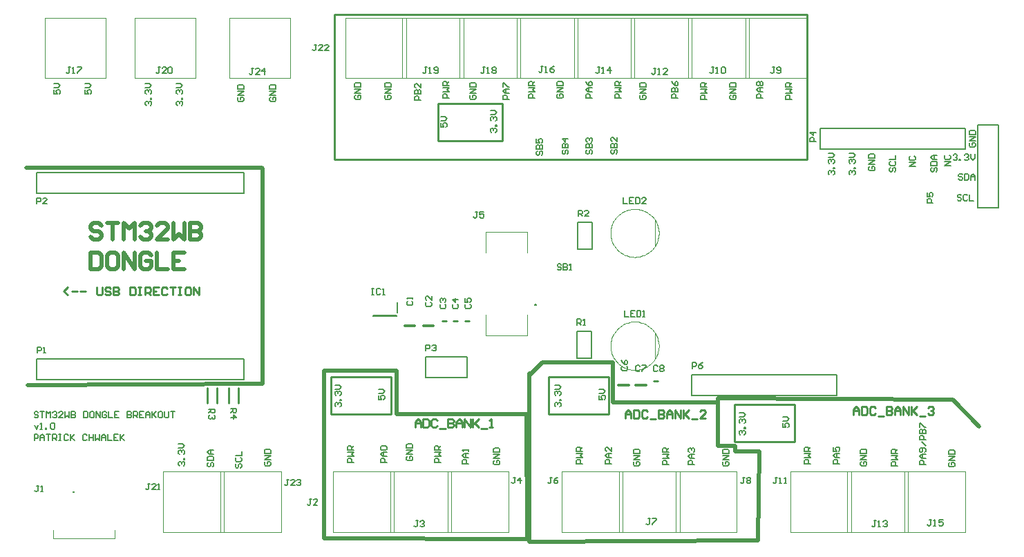
<source format=gto>
%FSTAX23Y23*%
%MOIN*%
%SFA1B1*%

%IPPOS*%
%ADD10C,0.003940*%
%ADD11C,0.007870*%
%ADD12C,0.010000*%
%ADD13C,0.020000*%
%ADD14C,0.012000*%
%ADD15C,0.008000*%
%ADD16C,0.006000*%
%LNlayout-1*%
%LPD*%
G54D10*
X0392Y02348D02*
D01*
X03928Y02349*
X03936Y02349*
X03944Y02351*
X03952Y02353*
X03959Y02355*
X03967Y02358*
X03974Y02362*
X03981Y02366*
X03988Y02371*
X03994Y02376*
X04Y02381*
X04006Y02387*
X04011Y02393*
X04016Y024*
X0402Y02406*
X04024Y02414*
X04027Y02421*
X0403Y02429*
X04032Y02436*
X04034Y02444*
X04035Y02452*
X04036Y0246*
Y02469*
X04035Y02477*
X04034Y02485*
X04032Y02493*
X0403Y025*
X04027Y02508*
X04024Y02515*
X0402Y02523*
X04016Y02529*
X04011Y02536*
X04006Y02542*
X04Y02548*
X03994Y02553*
X03988Y02558*
X03981Y02563*
X03974Y02567*
X03967Y02571*
X03959Y02574*
X03952Y02576*
X03944Y02578*
X03936Y0258*
X03928Y0258*
X0392Y02581*
D01*
X03911Y0258*
X03903Y0258*
X03895Y02578*
X03887Y02576*
X0388Y02574*
X03872Y02571*
X03865Y02567*
X03858Y02563*
X03851Y02558*
X03845Y02553*
X03839Y02548*
X03833Y02542*
X03828Y02536*
X03823Y02529*
X03819Y02523*
X03815Y02515*
X03812Y02508*
X03809Y025*
X03807Y02493*
X03805Y02485*
X03804Y02477*
X03803Y02469*
Y0246*
X03804Y02452*
X03805Y02444*
X03807Y02436*
X03809Y02429*
X03812Y02421*
X03815Y02414*
X03819Y02406*
X03823Y024*
X03828Y02393*
X03833Y02387*
X03839Y02381*
X03845Y02376*
X03851Y02371*
X03858Y02366*
X03865Y02362*
X03872Y02358*
X0388Y02355*
X03887Y02353*
X03895Y02351*
X03903Y02349*
X03911Y02349*
X0392Y02348*
Y01803D02*
D01*
X03928Y01804*
X03936Y01804*
X03944Y01806*
X03952Y01808*
X03959Y0181*
X03967Y01813*
X03974Y01817*
X03981Y01821*
X03988Y01826*
X03994Y01831*
X04Y01836*
X04006Y01842*
X04011Y01848*
X04016Y01855*
X0402Y01861*
X04024Y01869*
X04027Y01876*
X0403Y01884*
X04032Y01891*
X04034Y01899*
X04035Y01907*
X04036Y01915*
Y01924*
X04035Y01932*
X04034Y0194*
X04032Y01948*
X0403Y01955*
X04027Y01963*
X04024Y0197*
X0402Y01978*
X04016Y01984*
X04011Y01991*
X04006Y01997*
X04Y02003*
X03994Y02008*
X03988Y02013*
X03981Y02018*
X03974Y02022*
X03967Y02026*
X03959Y02029*
X03952Y02031*
X03944Y02033*
X03936Y02035*
X03928Y02035*
X0392Y02036*
D01*
X03911Y02035*
X03903Y02035*
X03895Y02033*
X03887Y02031*
X0388Y02029*
X03872Y02026*
X03865Y02022*
X03858Y02018*
X03851Y02013*
X03845Y02008*
X03839Y02003*
X03833Y01997*
X03828Y01991*
X03823Y01984*
X03819Y01978*
X03815Y0197*
X03812Y01963*
X03809Y01955*
X03807Y01948*
X03805Y0194*
X03804Y01932*
X03803Y01924*
Y01915*
X03804Y01907*
X03805Y01899*
X03807Y01891*
X03809Y01884*
X03812Y01876*
X03815Y01869*
X03819Y01861*
X03823Y01855*
X03828Y01848*
X03833Y01842*
X03839Y01836*
X03845Y01831*
X03851Y01826*
X03858Y01821*
X03865Y01817*
X03872Y01813*
X0388Y0181*
X03887Y01808*
X03895Y01806*
X03903Y01804*
X03911Y01804*
X0392Y01803*
X01213Y01214D02*
D01*
X01213Y01214*
X01213Y01215*
X01213Y01215*
X01213Y01215*
X01213Y01215*
X01213Y01215*
X01213Y01215*
X01212Y01215*
X01212Y01215*
X01212Y01216*
X01212Y01216*
X01212Y01216*
X01212Y01216*
X01212Y01216*
X01212Y01216*
X01212Y01216*
X01212Y01216*
X01211Y01216*
X01211Y01216*
X01211Y01216*
X01211Y01216*
X01211Y01216*
X01211*
X01211Y01216*
X0121Y01216*
X0121Y01216*
X0121Y01216*
X0121Y01216*
X0121Y01216*
X0121Y01216*
X0121Y01216*
X0121Y01216*
X01209Y01216*
X01209Y01216*
X01209Y01216*
X01209Y01215*
X01209Y01215*
X01209Y01215*
X01209Y01215*
X01209Y01215*
X01209Y01215*
X01209Y01215*
X01209Y01215*
X01209Y01214*
X01209Y01214*
D01*
X01209Y01214*
X01209Y01214*
X01209Y01214*
X01209Y01214*
X01209Y01214*
X01209Y01213*
X01209Y01213*
X01209Y01213*
X01209Y01213*
X01209Y01213*
X01209Y01213*
X01209Y01213*
X0121Y01213*
X0121Y01213*
X0121Y01213*
X0121Y01212*
X0121Y01212*
X0121Y01212*
X0121Y01212*
X0121Y01212*
X01211Y01212*
X01211Y01212*
X01211*
X01211Y01212*
X01211Y01212*
X01211Y01212*
X01211Y01212*
X01212Y01212*
X01212Y01212*
X01212Y01213*
X01212Y01213*
X01212Y01213*
X01212Y01213*
X01212Y01213*
X01212Y01213*
X01212Y01213*
X01212Y01213*
X01213Y01213*
X01213Y01213*
X01213Y01214*
X01213Y01214*
X01213Y01214*
X01213Y01214*
X01213Y01214*
X01213Y01214*
X04018Y02405D02*
Y02524D01*
Y0186D02*
Y01979D01*
X04746Y03212D02*
Y03503D01*
X04453D02*
X04746D01*
X04453Y03212D02*
Y03503D01*
Y03212D02*
X04746D01*
X04471D02*
Y03503D01*
X04177D02*
X04471D01*
X04177Y03212D02*
Y03503D01*
Y03212D02*
X04471D01*
X04195D02*
Y03503D01*
X03902D02*
X04195D01*
X03902Y03212D02*
Y03503D01*
Y03212D02*
X04195D01*
X03919D02*
Y03503D01*
X03626D02*
X03919D01*
X03626Y03212D02*
Y03503D01*
Y03212D02*
X03919D01*
X03644D02*
Y03503D01*
X0335D02*
X03644D01*
X0335Y03212D02*
Y03503D01*
Y03212D02*
X03644D01*
X03368D02*
Y03503D01*
X03075D02*
X03368D01*
X03075Y03212D02*
Y03503D01*
Y03212D02*
X03368D01*
X03093D02*
Y03503D01*
X02799D02*
X03093D01*
X02799Y03212D02*
Y03503D01*
Y03212D02*
X03093D01*
X02817D02*
Y03503D01*
X02524D02*
X02817D01*
X02524Y03212D02*
Y03503D01*
Y03212D02*
X02817D01*
X02256D02*
Y03503D01*
X01963D02*
X02256D01*
X01963Y03212D02*
Y03503D01*
Y03212D02*
X02256D01*
X01801D02*
Y03503D01*
X01508D02*
X01801D01*
X01508Y03212D02*
Y03503D01*
Y03212D02*
X01801D01*
X01366D02*
Y03503D01*
X01073D02*
X01366D01*
X01073Y03212D02*
Y03503D01*
Y03212D02*
X01366D01*
X0467Y01021D02*
Y01312D01*
Y01021D02*
X04963D01*
Y01312*
X0467D02*
X04963D01*
X05221Y01021D02*
Y01312D01*
Y01021D02*
X05514D01*
Y01312*
X05221D02*
X05514D01*
X04945Y01021D02*
Y01312D01*
Y01021D02*
X05239D01*
Y01312*
X04945D02*
X05239D01*
X04119Y01021D02*
Y01312D01*
Y01021D02*
X04412D01*
Y01312*
X04119D02*
X04412D01*
X03843Y01021D02*
Y01312D01*
Y01021D02*
X04136D01*
Y01312*
X03843D02*
X04136D01*
X03567Y01021D02*
Y01312D01*
Y01021D02*
X03861D01*
Y01312*
X03567D02*
X03861D01*
X03016Y01021D02*
Y01312D01*
Y01021D02*
X0331D01*
Y01312*
X03016D02*
X0331D01*
X02741Y01021D02*
Y01312D01*
Y01021D02*
X03034D01*
Y01312*
X02741D02*
X03034D01*
X02465Y01021D02*
Y01312D01*
Y01021D02*
X02758D01*
Y01312*
X02465D02*
X02758D01*
X01921Y01021D02*
Y01312D01*
Y01021D02*
X02214D01*
Y01312*
X01921D02*
X02214D01*
X01645Y01021D02*
Y01312D01*
Y01021D02*
X01938D01*
Y01312*
X01645D02*
X01938D01*
X01114Y0099D02*
Y01029D01*
Y0099D02*
X0141D01*
Y01029*
X03201Y0197D02*
Y0207D01*
Y0197D02*
X03402Y0197D01*
Y0207*
X03201Y0237D02*
Y02469D01*
X03402Y0247*
Y0237D02*
Y0247D01*
G54D11*
X03439Y0212D02*
D01*
X03439Y02119*
X03439Y02119*
X03439Y02119*
X03439Y02119*
X03439Y02119*
X03439Y02119*
X03439Y02119*
X03439Y02118*
X03439Y02118*
X0344Y02118*
X0344Y02118*
X0344Y02118*
X0344Y02118*
X0344Y02118*
X0344Y02118*
X0344Y02118*
X0344Y02118*
X0344Y02118*
X03441Y02118*
X03441Y02118*
X03441Y02118*
X03441Y02118*
X03441*
X03441Y02118*
X03441Y02118*
X03442Y02118*
X03442Y02118*
X03442Y02118*
X03442Y02118*
X03442Y02118*
X03442Y02118*
X03442Y02118*
X03442Y02118*
X03442Y02118*
X03443Y02118*
X03443Y02118*
X03443Y02118*
X03443Y02119*
X03443Y02119*
X03443Y02119*
X03443Y02119*
X03443Y02119*
X03443Y02119*
X03443Y02119*
X03443Y0212*
D01*
X03443Y0212*
X03443Y0212*
X03443Y0212*
X03443Y0212*
X03443Y0212*
X03443Y0212*
X03443Y0212*
X03443Y02121*
X03443Y02121*
X03443Y02121*
X03442Y02121*
X03442Y02121*
X03442Y02121*
X03442Y02121*
X03442Y02121*
X03442Y02121*
X03442Y02121*
X03442Y02121*
X03442Y02121*
X03441Y02121*
X03441Y02121*
X03441Y02121*
X03441*
X03441Y02121*
X03441Y02121*
X03441Y02121*
X0344Y02121*
X0344Y02121*
X0344Y02121*
X0344Y02121*
X0344Y02121*
X0344Y02121*
X0344Y02121*
X0344Y02121*
X0344Y02121*
X03439Y02121*
X03439Y02121*
X03439Y0212*
X03439Y0212*
X03439Y0212*
X03439Y0212*
X03439Y0212*
X03439Y0212*
X03439Y0212*
X03439Y0212*
X02035Y02655D02*
Y02755D01*
X01035Y02655D02*
X02035D01*
X01035D02*
Y02755D01*
X0111*
X02035*
X05515Y0287D02*
Y0297D01*
X04815Y0287D02*
X05515D01*
X04815D02*
Y0297D01*
X05515*
X05575Y02585D02*
X05675D01*
X05575D02*
Y02985D01*
X05675Y02585D02*
Y02985D01*
X05575D02*
X05675D01*
X04195Y0178D02*
X04895D01*
X04195Y0168D02*
Y0178D01*
Y0168D02*
X04895D01*
Y0178*
X0111Y01855D02*
X02035D01*
X01035D02*
X0111D01*
X01035Y01755D02*
Y01855D01*
Y01755D02*
X02035D01*
Y01855*
X02771Y02062D02*
Y02067D01*
X02658Y02062D02*
X02771D01*
X02658D02*
Y02067D01*
X02771*
X02775Y02081D02*
Y0213D01*
X0291Y01765D02*
Y01865D01*
X0311*
Y01765D02*
Y01865D01*
X0291Y01765D02*
X0311D01*
G54D12*
X044Y01455D02*
X0469D01*
X044Y01635D02*
X0469D01*
Y01455D02*
Y01635D01*
X044Y01455D02*
Y01635D01*
X0247Y0282D02*
X0475D01*
X0247Y0352D02*
X0475D01*
Y0282D02*
Y0352D01*
X0247Y0282D02*
Y0352D01*
X0297Y0291D02*
X0328D01*
X0297Y0309D02*
X0328D01*
Y0291D02*
Y0309D01*
X0297Y0291D02*
Y0309D01*
X03505Y0159D02*
X03795D01*
X03505Y0177D02*
X03795D01*
Y0159D02*
Y0177D01*
X03505Y0159D02*
Y0177D01*
X02455Y0159D02*
X02745D01*
X02455Y0177D02*
X02745D01*
Y0159D02*
Y0177D01*
X02455Y0159D02*
Y0177D01*
X0401Y01749D02*
X0403D01*
X031Y02039D02*
X0312D01*
X03045D02*
X03065D01*
X0299D02*
X0301D01*
X01903Y01644D02*
Y01715D01*
X01856Y01644D02*
Y01715D01*
X02008Y01644D02*
Y01715D01*
X01961Y01644D02*
Y01715D01*
X01184Y02165D02*
X01165Y02184D01*
X01184Y02204*
X01204Y02184D02*
X01231D01*
X01244D02*
X01271D01*
X01324Y02204D02*
Y02171D01*
X01331Y02165*
X01344*
X01351Y02171*
Y02204*
X01391Y02198D02*
X01384Y02204D01*
X01371*
X01364Y02198*
Y02191*
X01371Y02184*
X01384*
X01391Y02178*
Y02171*
X01384Y02165*
X01371*
X01364Y02171*
X01404Y02204D02*
Y02165D01*
X01424*
X01431Y02171*
Y02178*
X01424Y02184*
X01404*
X01424*
X01431Y02191*
Y02198*
X01424Y02204*
X01404*
X01484D02*
Y02165D01*
X01504*
X01511Y02171*
Y02198*
X01504Y02204*
X01484*
X01524D02*
X01538D01*
X01531*
Y02165*
X01524*
X01538*
X01558D02*
Y02204D01*
X01578*
X01584Y02198*
Y02184*
X01578Y02178*
X01558*
X01571D02*
X01584Y02165D01*
X01624Y02204D02*
X01598D01*
Y02165*
X01624*
X01598Y02184D02*
X01611D01*
X01664Y02198D02*
X01658Y02204D01*
X01644*
X01638Y02198*
Y02171*
X01644Y02165*
X01658*
X01664Y02171*
X01678Y02204D02*
X01704D01*
X01691*
Y02165*
X01718Y02204D02*
X01731D01*
X01724*
Y02165*
X01718*
X01731*
X01771Y02204D02*
X01758D01*
X01751Y02198*
Y02171*
X01758Y02165*
X01771*
X01778Y02171*
Y02198*
X01771Y02204*
X01791Y02165D02*
Y02204D01*
X01818Y02165*
Y02204*
X04975Y01586D02*
Y01613D01*
X04988Y01626*
X05001Y01613*
Y01586*
Y01606*
X04975*
X05014Y01626D02*
Y01586D01*
X05034*
X05041Y01593*
Y01619*
X05034Y01626*
X05014*
X05081Y01619D02*
X05074Y01626D01*
X05061*
X05054Y01619*
Y01593*
X05061Y01586*
X05074*
X05081Y01593*
X05094Y0158D02*
X05121D01*
X05134Y01626D02*
Y01586D01*
X05154*
X05161Y01593*
Y01599*
X05154Y01606*
X05134*
X05154*
X05161Y01613*
Y01619*
X05154Y01626*
X05134*
X05174Y01586D02*
Y01613D01*
X05188Y01626*
X05201Y01613*
Y01586*
Y01606*
X05174*
X05214Y01586D02*
Y01626D01*
X05241Y01586*
Y01626*
X05254D02*
Y01586D01*
Y01599*
X05281Y01626*
X05261Y01606*
X05281Y01586*
X05294Y0158D02*
X05321D01*
X05334Y01619D02*
X05341Y01626D01*
X05354*
X05361Y01619*
Y01613*
X05354Y01606*
X05348*
X05354*
X05361Y01599*
Y01593*
X05354Y01586*
X05341*
X05334Y01593*
X03875Y01571D02*
Y01598D01*
X03888Y01611*
X03901Y01598*
Y01571*
Y01591*
X03875*
X03914Y01611D02*
Y01571D01*
X03934*
X03941Y01578*
Y01604*
X03934Y01611*
X03914*
X03981Y01604D02*
X03974Y01611D01*
X03961*
X03954Y01604*
Y01578*
X03961Y01571*
X03974*
X03981Y01578*
X03994Y01565D02*
X04021D01*
X04034Y01611D02*
Y01571D01*
X04054*
X04061Y01578*
Y01584*
X04054Y01591*
X04034*
X04054*
X04061Y01598*
Y01604*
X04054Y01611*
X04034*
X04074Y01571D02*
Y01598D01*
X04088Y01611*
X04101Y01598*
Y01571*
Y01591*
X04074*
X04114Y01571D02*
Y01611D01*
X04141Y01571*
Y01611*
X04154D02*
Y01571D01*
Y01584*
X04181Y01611*
X04161Y01591*
X04181Y01571*
X04194Y01565D02*
X04221D01*
X04261Y01571D02*
X04234D01*
X04261Y01598*
Y01604*
X04254Y01611*
X04241*
X04234Y01604*
X0286Y01526D02*
Y01553D01*
X02873Y01566*
X02886Y01553*
Y01526*
Y01546*
X0286*
X02899Y01566D02*
Y01526D01*
X02919*
X02926Y01533*
Y01559*
X02919Y01566*
X02899*
X02966Y01559D02*
X02959Y01566D01*
X02946*
X02939Y01559*
Y01533*
X02946Y01526*
X02959*
X02966Y01533*
X02979Y0152D02*
X03006D01*
X03019Y01566D02*
Y01526D01*
X03039*
X03046Y01533*
Y01539*
X03039Y01546*
X03019*
X03039*
X03046Y01553*
Y01559*
X03039Y01566*
X03019*
X03059Y01526D02*
Y01553D01*
X03073Y01566*
X03086Y01553*
Y01526*
Y01546*
X03059*
X03099Y01526D02*
Y01566D01*
X03126Y01526*
Y01566*
X03139D02*
Y01526D01*
Y01539*
X03166Y01566*
X03146Y01546*
X03166Y01526*
X03179Y0152D02*
X03206D01*
X03219Y01526D02*
X03233D01*
X03226*
Y01566*
X03219Y01559*
G54D13*
X03411Y00974D02*
Y01785D01*
X00985Y0278D02*
X01075Y0278D01*
X02125Y01735D02*
Y02775D01*
X0212Y02779D02*
X02125Y02775D01*
X01076Y02779D02*
X0212D01*
X01075Y0278D02*
X01076Y02779D01*
X0099Y0173D02*
X02125Y01735D01*
X03401Y01136D02*
X03402Y00985D01*
X03397Y0159D02*
X03398Y01438D01*
X0277Y0159D02*
X03397D01*
X0277D02*
Y018D01*
X0242Y0099D02*
Y018D01*
X0277*
X05455Y0166D02*
X0558Y0153D01*
X0432Y01665D02*
X05455Y0166D01*
X0432Y01645D02*
Y01665D01*
X03475Y0184D02*
X03815D01*
X03411Y01776D02*
X03475Y0184D01*
X03411Y01776D02*
Y01785D01*
X03815Y01645D02*
Y0184D01*
Y01645D02*
X0432D01*
Y01435D02*
Y01645D01*
Y01435D02*
X04405D01*
Y01425D02*
Y01435D01*
Y0141D02*
Y01425D01*
Y0141D02*
X0452D01*
X04515Y0098D02*
X0452Y0141D01*
X04485Y0098D02*
X04515D01*
X03411Y00974D02*
X04485Y0098D01*
X03398Y01438D02*
X03401Y01136D01*
X0242Y0099D02*
X03402Y00985D01*
X01348Y025D02*
X01334Y02513D01*
X01308*
X01295Y025*
Y02487*
X01308Y02473*
X01334*
X01348Y0246*
Y02447*
X01334Y02433*
X01308*
X01295Y02447*
X01374Y02513D02*
X01428D01*
X01401*
Y02433*
X01454D02*
Y02513D01*
X01481Y02487*
X01508Y02513*
Y02433*
X01534Y025D02*
X01548Y02513D01*
X01574*
X01588Y025*
Y02487*
X01574Y02473*
X01561*
X01574*
X01588Y0246*
Y02447*
X01574Y02433*
X01548*
X01534Y02447*
X01668Y02433D02*
X01614D01*
X01668Y02487*
Y025*
X01654Y02513*
X01628*
X01614Y025*
X01694Y02513D02*
Y02433D01*
X01721Y0246*
X01748Y02433*
Y02513*
X01774D02*
Y02433D01*
X01814*
X01828Y02447*
Y0246*
X01814Y02473*
X01774*
X01814*
X01828Y02487*
Y025*
X01814Y02513*
X01774*
X01295Y02369D02*
Y0229D01*
X01334*
X01348Y02303*
Y02356*
X01334Y02369*
X01295*
X01414D02*
X01388D01*
X01374Y02356*
Y02303*
X01388Y0229*
X01414*
X01428Y02303*
Y02356*
X01414Y02369*
X01454Y0229D02*
Y02369D01*
X01508Y0229*
Y02369*
X01588Y02356D02*
X01574Y02369D01*
X01548*
X01534Y02356*
Y02303*
X01548Y0229*
X01574*
X01588Y02303*
Y02329*
X01561*
X01614Y02369D02*
Y0229D01*
X01668*
X01748Y02369D02*
X01694D01*
Y0229*
X01748*
X01694Y02329D02*
X01721D01*
G54D14*
X03925Y0173D02*
X03975D01*
X0384D02*
X0389D01*
X0281Y02015D02*
X02859D01*
X029D02*
X02949D01*
G54D15*
X0364Y0199D02*
X0371D01*
Y0186D02*
Y0199D01*
X0364Y0186D02*
X0371D01*
X0364D02*
Y0199D01*
X03645Y02515D02*
X03715D01*
Y02385D02*
Y02515D01*
X03645Y02385D02*
X03715D01*
X03645D02*
Y02515D01*
X01042Y01598D02*
X01037Y01603D01*
X01028*
X01023Y01598*
Y01593*
X01028Y01588*
X01037*
X01042Y01583*
Y01578*
X01037Y01573*
X01028*
X01023Y01578*
X01052Y01603D02*
X01072D01*
X01062*
Y01573*
X01082D02*
Y01603D01*
X01092Y01593*
X01102Y01603*
Y01573*
X01112Y01598D02*
X01117Y01603D01*
X01127*
X01132Y01598*
Y01593*
X01127Y01588*
X01122*
X01127*
X01132Y01583*
Y01578*
X01127Y01573*
X01117*
X01112Y01578*
X01162Y01573D02*
X01142D01*
X01162Y01593*
Y01598*
X01157Y01603*
X01147*
X01142Y01598*
X01172Y01603D02*
Y01573D01*
X01182Y01583*
X01192Y01573*
Y01603*
X01202D02*
Y01573D01*
X01217*
X01222Y01578*
Y01583*
X01217Y01588*
X01202*
X01217*
X01222Y01593*
Y01598*
X01217Y01603*
X01202*
X01262D02*
Y01573D01*
X01277*
X01282Y01578*
Y01598*
X01277Y01603*
X01262*
X01307D02*
X01297D01*
X01292Y01598*
Y01578*
X01297Y01573*
X01307*
X01312Y01578*
Y01598*
X01307Y01603*
X01322Y01573D02*
Y01603D01*
X01342Y01573*
Y01603*
X01372Y01598D02*
X01367Y01603D01*
X01357*
X01352Y01598*
Y01578*
X01357Y01573*
X01367*
X01372Y01578*
Y01588*
X01362*
X01382Y01603D02*
Y01573D01*
X01402*
X01432Y01603D02*
X01412D01*
Y01573*
X01432*
X01412Y01588D02*
X01422D01*
X01472Y01603D02*
Y01573D01*
X01487*
X01492Y01578*
Y01583*
X01487Y01588*
X01472*
X01487*
X01492Y01593*
Y01598*
X01487Y01603*
X01472*
X01502Y01573D02*
Y01603D01*
X01517*
X01522Y01598*
Y01588*
X01517Y01583*
X01502*
X01512D02*
X01522Y01573D01*
X01552Y01603D02*
X01532D01*
Y01573*
X01552*
X01532Y01588D02*
X01542D01*
X01562Y01573D02*
Y01593D01*
X01572Y01603*
X01582Y01593*
Y01573*
Y01588*
X01562*
X01592Y01603D02*
Y01573D01*
Y01583*
X01612Y01603*
X01597Y01588*
X01612Y01573*
X01637Y01603D02*
X01627D01*
X01622Y01598*
Y01578*
X01627Y01573*
X01637*
X01642Y01578*
Y01598*
X01637Y01603*
X01652D02*
Y01578D01*
X01657Y01573*
X01667*
X01672Y01578*
Y01603*
X01682D02*
X01702D01*
X01692*
Y01573*
X01023Y01538D02*
X01033Y01518D01*
X01042Y01538*
X01052Y01518D02*
X01062D01*
X01057*
Y01548*
X01052Y01543*
X01077Y01518D02*
Y01523D01*
X01082*
Y01518*
X01077*
X01102Y01543D02*
X01107Y01548D01*
X01117*
X01122Y01543*
Y01523*
X01117Y01518*
X01107*
X01102Y01523*
Y01543*
X01023Y01463D02*
Y01492D01*
X01037*
X01042Y01487*
Y01478*
X01037Y01473*
X01023*
X01052Y01463D02*
Y01482D01*
X01062Y01492*
X01072Y01482*
Y01463*
Y01478*
X01052*
X01082Y01492D02*
X01102D01*
X01092*
Y01463*
X01112D02*
Y01492D01*
X01127*
X01132Y01487*
Y01478*
X01127Y01473*
X01112*
X01122D02*
X01132Y01463D01*
X01142Y01492D02*
X01152D01*
X01147*
Y01463*
X01142*
X01152*
X01187Y01487D02*
X01182Y01492D01*
X01172*
X01167Y01487*
Y01468*
X01172Y01463*
X01182*
X01187Y01468*
X01197Y01492D02*
Y01463D01*
Y01473*
X01217Y01492*
X01202Y01478*
X01217Y01463*
X01277Y01487D02*
X01272Y01492D01*
X01262*
X01257Y01487*
Y01468*
X01262Y01463*
X01272*
X01277Y01468*
X01287Y01492D02*
Y01463D01*
Y01478*
X01307*
Y01492*
Y01463*
X01317Y01492D02*
Y01463D01*
X01327Y01473*
X01337Y01463*
Y01492*
X01347Y01463D02*
Y01482D01*
X01357Y01492*
X01367Y01482*
Y01463*
Y01478*
X01347*
X01377Y01492D02*
Y01463D01*
X01397*
X01427Y01492D02*
X01407D01*
Y01463*
X01427*
X01407Y01478D02*
X01417D01*
X01437Y01492D02*
Y01463D01*
Y01473*
X01457Y01492*
X01442Y01478*
X01457Y01463*
G54D16*
X01999Y0135D02*
X01994Y01345D01*
Y01336*
X01999Y01331*
X02004*
X02009Y01336*
Y01345*
X02014Y0135*
X02019*
X02024Y01345*
Y01336*
X02019Y01331*
X01999Y0138D02*
X01994Y01375D01*
Y01365*
X01999Y0136*
X02019*
X02024Y01365*
Y01375*
X02019Y0138*
X01994Y0139D02*
X02024D01*
Y0141*
X05444Y02791D02*
X05414D01*
X05444Y0281*
X05414*
X05419Y0284D02*
X05414Y02835D01*
Y02825*
X05419Y0282*
X05439*
X05444Y02825*
Y02835*
X05439Y0284*
X05274Y02786D02*
X05244D01*
X05274Y02805*
X05244*
X05249Y02835D02*
X05244Y0283D01*
Y0282*
X05249Y02815*
X05269*
X05274Y0282*
Y0283*
X05269Y02835*
X01035Y02605D02*
Y02634D01*
X0105*
X01055Y0263*
Y0262*
X0105Y02615*
X01035*
X01084Y02605D02*
X01065D01*
X01084Y02625*
Y0263*
X01079Y02634*
X0107*
X01065Y0263*
X03865Y02635D02*
Y02605D01*
X03885*
X03915Y02635D02*
X03895D01*
Y02605*
X03915*
X03895Y0262D02*
X03905D01*
X03925Y02635D02*
Y02605D01*
X03939*
X03944Y0261*
Y0263*
X03939Y02635*
X03925*
X03974Y02605D02*
X03954D01*
X03974Y02625*
Y0263*
X03969Y02635*
X03959*
X03954Y0263*
X0387Y0209D02*
Y0206D01*
X0389*
X0392Y0209D02*
X039D01*
Y0206*
X0392*
X039Y02075D02*
X0391D01*
X0393Y0209D02*
Y0206D01*
X03944*
X03949Y02065*
Y02085*
X03944Y0209*
X0393*
X03959Y0206D02*
X03969D01*
X03964*
Y0209*
X03959Y02085*
X05354Y0278D02*
X05349Y02776D01*
Y02766*
X05354Y02761*
X05359*
X05364Y02766*
Y02776*
X05369Y0278*
X05374*
X05379Y02776*
Y02766*
X05374Y02761*
X05349Y0279D02*
X05379D01*
Y02805*
X05374Y0281*
X05354*
X05349Y02805*
Y0279*
X05379Y0282D02*
X05359D01*
X05349Y0283*
X05359Y0284*
X05379*
X05364*
Y0282*
X055Y02745D02*
X05496Y0275D01*
X05486*
X05481Y02745*
Y0274*
X05486Y02736*
X05496*
X055Y02731*
Y02726*
X05496Y02721*
X05486*
X05481Y02726*
X0551Y0275D02*
Y02721D01*
X05525*
X0553Y02726*
Y02745*
X05525Y0275*
X0551*
X0554Y02721D02*
Y0274D01*
X0555Y0275*
X0556Y0274*
Y02721*
Y02736*
X0554*
X05495Y02645D02*
X0549Y0265D01*
X05481*
X05476Y02645*
Y0264*
X05481Y02635*
X0549*
X05495Y02631*
Y02626*
X0549Y02621*
X05481*
X05476Y02626*
X05525Y02645D02*
X0552Y0265D01*
X0551*
X05505Y02645*
Y02626*
X0551Y02621*
X0552*
X05525Y02626*
X05535Y0265D02*
Y02621D01*
X05555*
X05154Y0278D02*
X05149Y02776D01*
Y02766*
X05154Y02761*
X05159*
X05164Y02766*
Y02776*
X05169Y0278*
X05174*
X05179Y02776*
Y02766*
X05174Y02761*
X05154Y0281D02*
X05149Y02805D01*
Y02795*
X05154Y0279*
X05174*
X05179Y02795*
Y02805*
X05174Y0281*
X05149Y0282D02*
X05179D01*
Y0284*
X01269Y03155D02*
Y03136D01*
X01284*
X01279Y03146*
Y03151*
X01284Y03155*
X01294*
X01299Y03151*
Y03141*
X01294Y03136*
X01269Y03165D02*
X01289D01*
X01299Y03175*
X01289Y03185*
X01269*
X01119Y03155D02*
Y03136D01*
X01134*
X01129Y03146*
Y03151*
X01134Y03155*
X01144*
X01149Y03151*
Y03141*
X01144Y03136*
X01119Y03165D02*
X01139D01*
X01149Y03175*
X01139Y03185*
X01119*
X05324Y01346D02*
X05294D01*
Y01361*
X05299Y01365*
X05309*
X05314Y01361*
Y01346*
X05324Y01375D02*
X05304D01*
X05294Y01385*
X05304Y01395*
X05324*
X05309*
Y01375*
X05319Y01405D02*
X05324Y0141D01*
Y0142*
X05319Y01425*
X05299*
X05294Y0142*
Y0141*
X05299Y01405*
X05304*
X05309Y0141*
Y01425*
X05324Y01435D02*
X05304Y01455D01*
X05324Y01465D02*
X05294D01*
Y0148*
X05299Y01485*
X05309*
X05314Y0148*
Y01465*
X05294Y01495D02*
X05324D01*
Y0151*
X05319Y01515*
X05314*
X05309Y0151*
Y01495*
Y0151*
X05304Y01515*
X05299*
X05294Y0151*
Y01495*
Y01525D02*
Y01545D01*
X05299*
X05319Y01525*
X05324*
X04909Y01351D02*
X04879D01*
Y01366*
X04884Y0137*
X04894*
X04899Y01366*
Y01351*
X04909Y0138D02*
X04889D01*
X04879Y0139*
X04889Y014*
X04909*
X04894*
Y0138*
X04879Y0143D02*
Y0141D01*
X04894*
X04889Y0142*
Y01425*
X04894Y0143*
X04904*
X04909Y01425*
Y01415*
X04904Y0141*
X04209Y01346D02*
X04179D01*
Y01361*
X04184Y01365*
X04194*
X04199Y01361*
Y01346*
X04209Y01375D02*
X04189D01*
X04179Y01385*
X04189Y01395*
X04209*
X04194*
Y01375*
X04184Y01405D02*
X04179Y0141D01*
Y0142*
X04184Y01425*
X04189*
X04194Y0142*
Y01415*
Y0142*
X04199Y01425*
X04204*
X04209Y0142*
Y0141*
X04204Y01405*
X03809Y01351D02*
X03779D01*
Y01366*
X03784Y0137*
X03794*
X03799Y01366*
Y01351*
X03809Y0138D02*
X03789D01*
X03779Y0139*
X03789Y014*
X03809*
X03794*
Y0138*
X03809Y0143D02*
Y0141D01*
X03789Y0143*
X03784*
X03779Y01425*
Y01415*
X03784Y0141*
X03119Y01351D02*
X03089D01*
Y01366*
X03094Y0137*
X03104*
X03109Y01366*
Y01351*
X03119Y0138D02*
X03099D01*
X03089Y0139*
X03099Y014*
X03119*
X03104*
Y0138*
X03119Y0141D02*
Y0142D01*
Y01415*
X03089*
X03094Y0141*
X02724Y01356D02*
X02694D01*
Y01371*
X02699Y01375*
X02709*
X02714Y01371*
Y01356*
X02724Y01385D02*
X02704D01*
X02694Y01395*
X02704Y01405*
X02724*
X02709*
Y01385*
X02699Y01415D02*
X02694Y0142D01*
Y0143*
X02699Y01435*
X02719*
X02724Y0143*
Y0142*
X02719Y01415*
X02699*
X01864Y01355D02*
X01859Y0135D01*
Y01341*
X01864Y01336*
X01869*
X01874Y01341*
Y0135*
X01879Y01355*
X01884*
X01889Y0135*
Y01341*
X01884Y01336*
X01859Y01365D02*
X01889D01*
Y0138*
X01884Y01385*
X01864*
X01859Y0138*
Y01365*
X01889Y01395D02*
X01869D01*
X01859Y01405*
X01869Y01415*
X01889*
X01874*
Y01395*
X04679Y03111D02*
X04649D01*
Y03125*
X04654Y0313*
X04664*
X04669Y03125*
Y03111*
X04649Y0314D02*
X04679D01*
X04669Y0315*
X04679Y0316*
X04649*
X04679Y0317D02*
X04649D01*
Y03185*
X04654Y0319*
X04664*
X04669Y03185*
Y0317*
Y0318D02*
X04679Y0319D01*
X04539Y03116D02*
X04509D01*
Y03131*
X04514Y03135*
X04524*
X04529Y03131*
Y03116*
X04539Y03145D02*
X04519D01*
X04509Y03155*
X04519Y03165*
X04539*
X04524*
Y03145*
X04514Y03175D02*
X04509Y0318D01*
Y0319*
X04514Y03195*
X04519*
X04524Y0319*
X04529Y03195*
X04534*
X04539Y0319*
Y0318*
X04534Y03175*
X04529*
X04524Y0318*
X04519Y03175*
X04514*
X04524Y0318D02*
Y0319D01*
X04129Y03116D02*
X04099D01*
Y03131*
X04104Y03135*
X04114*
X04119Y03131*
Y03116*
X04099Y03145D02*
X04129D01*
Y0316*
X04124Y03165*
X04119*
X04114Y0316*
Y03145*
Y0316*
X04109Y03165*
X04104*
X04099Y0316*
Y03145*
Y03195D02*
X04104Y03185D01*
X04114Y03175*
X04124*
X04129Y0318*
Y0319*
X04124Y03195*
X04119*
X04114Y0319*
Y03175*
X03714Y03116D02*
X03684D01*
Y03131*
X03689Y03135*
X03699*
X03704Y03131*
Y03116*
X03714Y03145D02*
X03694D01*
X03684Y03155*
X03694Y03165*
X03714*
X03699*
Y03145*
X03684Y03195D02*
X03689Y03185D01*
X03699Y03175*
X03709*
X03714Y0318*
Y0319*
X03709Y03195*
X03704*
X03699Y0319*
Y03175*
X03314Y03111D02*
X03284D01*
Y03125*
X03289Y0313*
X03299*
X03304Y03125*
Y03111*
X03314Y0314D02*
X03294D01*
X03284Y0315*
X03294Y0316*
X03314*
X03299*
Y0314*
X03284Y0317D02*
Y0319D01*
X03289*
X03309Y0317*
X03314*
X02889Y03106D02*
X02859D01*
Y03121*
X02864Y03125*
X02874*
X02879Y03121*
Y03106*
X02859Y03135D02*
X02889D01*
Y0315*
X02884Y03155*
X02879*
X02874Y0315*
Y03135*
Y0315*
X02869Y03155*
X02864*
X02859Y0315*
Y03135*
X02889Y03185D02*
Y03165D01*
X02869Y03185*
X02864*
X02859Y0318*
Y0317*
X02864Y03165*
X04269Y03111D02*
X04239D01*
Y03125*
X04244Y0313*
X04254*
X04259Y03125*
Y03111*
X04239Y0314D02*
X04269D01*
X04259Y0315*
X04269Y0316*
X04239*
X04269Y0317D02*
X04239D01*
Y03185*
X04244Y0319*
X04254*
X04259Y03185*
Y0317*
Y0318D02*
X04269Y0319D01*
X03854Y03116D02*
X03824D01*
Y03131*
X03829Y03135*
X03839*
X03844Y03131*
Y03116*
X03824Y03145D02*
X03854D01*
X03844Y03155*
X03854Y03165*
X03824*
X03854Y03175D02*
X03824D01*
Y0319*
X03829Y03195*
X03839*
X03844Y0319*
Y03175*
Y03185D02*
X03854Y03195D01*
X03439Y03116D02*
X03409D01*
Y03131*
X03414Y03135*
X03424*
X03429Y03131*
Y03116*
X03409Y03145D02*
X03439D01*
X03429Y03155*
X03439Y03165*
X03409*
X03439Y03175D02*
X03409D01*
Y0319*
X03414Y03195*
X03424*
X03429Y0319*
Y03175*
Y03185D02*
X03439Y03195D01*
X03024Y03116D02*
X02994D01*
Y03131*
X02999Y03135*
X03009*
X03014Y03131*
Y03116*
X02994Y03145D02*
X03024D01*
X03014Y03155*
X03024Y03165*
X02994*
X03024Y03175D02*
X02994D01*
Y0319*
X02999Y03195*
X03009*
X03014Y0319*
Y03175*
Y03185D02*
X03024Y03195D01*
X04634Y01545D02*
Y01526D01*
X04649*
X04644Y01536*
Y01541*
X04649Y01545*
X04659*
X04664Y01541*
Y01531*
X04659Y01526*
X04634Y01555D02*
X04654D01*
X04664Y01565*
X04654Y01575*
X04634*
X03749Y0168D02*
Y01661D01*
X03764*
X03759Y01671*
Y01675*
X03764Y0168*
X03774*
X03779Y01675*
Y01666*
X03774Y01661*
X03749Y0169D02*
X03769D01*
X03779Y017*
X03769Y0171*
X03749*
X02684Y0168D02*
Y01661D01*
X02699*
X02694Y01671*
Y01675*
X02699Y0168*
X02709*
X02714Y01675*
Y01666*
X02709Y01661*
X02684Y0169D02*
X02704D01*
X02714Y017*
X02704Y0171*
X02684*
X02984Y02995D02*
Y02976D01*
X02999*
X02994Y02986*
Y0299*
X02999Y02995*
X03009*
X03014Y0299*
Y02981*
X03009Y02976*
X02984Y03005D02*
X03004D01*
X03014Y03015*
X03004Y03025*
X02984*
X03229Y02951D02*
X03224Y02956D01*
Y02966*
X03229Y0297*
X03234*
X03239Y02966*
Y02961*
Y02966*
X03244Y0297*
X03249*
X03254Y02966*
Y02956*
X03249Y02951*
X03254Y0298D02*
X03249D01*
Y02985*
X03254*
Y0298*
X03229Y03005D02*
X03224Y0301D01*
Y0302*
X03229Y03025*
X03234*
X03239Y0302*
Y03015*
Y0302*
X03244Y03025*
X03249*
X03254Y0302*
Y0301*
X03249Y03005*
X03224Y03035D02*
X03244D01*
X03254Y03045*
X03244Y03055*
X03224*
X04429Y01491D02*
X04424Y01496D01*
Y01506*
X04429Y0151*
X04434*
X04439Y01506*
Y01501*
Y01506*
X04444Y0151*
X04449*
X04454Y01506*
Y01496*
X04449Y01491*
X04454Y0152D02*
X04449D01*
Y01525*
X04454*
Y0152*
X04429Y01545D02*
X04424Y0155D01*
Y0156*
X04429Y01565*
X04434*
X04439Y0156*
Y01555*
Y0156*
X04444Y01565*
X04449*
X04454Y0156*
Y0155*
X04449Y01545*
X04424Y01575D02*
X04444D01*
X04454Y01585*
X04444Y01595*
X04424*
X03539Y01626D02*
X03534Y01631D01*
Y01641*
X03539Y01646*
X03544*
X03549Y01641*
Y01636*
Y01641*
X03554Y01646*
X03559*
X03564Y01641*
Y01631*
X03559Y01626*
X03564Y01656D02*
X03559D01*
Y01661*
X03564*
Y01656*
X03539Y01681D02*
X03534Y01686D01*
Y01696*
X03539Y01701*
X03544*
X03549Y01696*
Y01691*
Y01696*
X03554Y01701*
X03559*
X03564Y01696*
Y01686*
X03559Y01681*
X03534Y01711D02*
X03554D01*
X03564Y01721*
X03554Y01731*
X03534*
X02479Y01626D02*
X02474Y01631D01*
Y01641*
X02479Y01645*
X02484*
X02489Y01641*
Y01636*
Y01641*
X02494Y01645*
X02499*
X02504Y01641*
Y01631*
X02499Y01626*
X02504Y01655D02*
X02499D01*
Y0166*
X02504*
Y01655*
X02479Y0168D02*
X02474Y01685D01*
Y01695*
X02479Y017*
X02484*
X02489Y01695*
Y0169*
Y01695*
X02494Y017*
X02499*
X02504Y01695*
Y01685*
X02499Y0168*
X02474Y0171D02*
X02494D01*
X02504Y0172*
X02494Y0173*
X02474*
X02564Y01356D02*
X02534D01*
Y01371*
X02539Y01375*
X02549*
X02554Y01371*
Y01356*
X02534Y01385D02*
X02564D01*
X02554Y01395*
X02564Y01405*
X02534*
X02564Y01415D02*
X02534D01*
Y0143*
X02539Y01435*
X02549*
X02554Y0143*
Y01415*
Y01425D02*
X02564Y01435D01*
X02984Y01356D02*
X02954D01*
Y01371*
X02959Y01375*
X02969*
X02974Y01371*
Y01356*
X02954Y01385D02*
X02984D01*
X02974Y01395*
X02984Y01405*
X02954*
X02984Y01415D02*
X02954D01*
Y0143*
X02959Y01435*
X02969*
X02974Y0143*
Y01415*
Y01425D02*
X02984Y01435D01*
X03669Y01351D02*
X03639D01*
Y01366*
X03644Y0137*
X03654*
X03659Y01366*
Y01351*
X03639Y0138D02*
X03669D01*
X03659Y0139*
X03669Y014*
X03639*
X03669Y0141D02*
X03639D01*
Y01425*
X03644Y0143*
X03654*
X03659Y01425*
Y0141*
Y0142D02*
X03669Y0143D01*
X04084Y01346D02*
X04054D01*
Y01361*
X04059Y01365*
X04069*
X04074Y01361*
Y01346*
X04054Y01375D02*
X04084D01*
X04074Y01385*
X04084Y01395*
X04054*
X04084Y01405D02*
X04054D01*
Y0142*
X04059Y01425*
X04069*
X04074Y0142*
Y01405*
Y01415D02*
X04084Y01425D01*
X04769Y01351D02*
X04739D01*
Y01366*
X04744Y0137*
X04754*
X04759Y01366*
Y01351*
X04739Y0138D02*
X04769D01*
X04759Y0139*
X04769Y014*
X04739*
X04769Y0141D02*
X04739D01*
Y01425*
X04744Y0143*
X04754*
X04759Y01425*
Y0141*
Y0142D02*
X04769Y0143D01*
X05439Y01355D02*
X05434Y0135D01*
Y01341*
X05439Y01336*
X05459*
X05464Y01341*
Y0135*
X05459Y01355*
X05449*
Y01346*
X05464Y01365D02*
X05434D01*
X05464Y01385*
X05434*
Y01395D02*
X05464D01*
Y0141*
X05459Y01415*
X05439*
X05434Y0141*
Y01395*
X05189Y01341D02*
X05159D01*
Y01356*
X05164Y0136*
X05174*
X05179Y01356*
Y01341*
X05159Y0137D02*
X05189D01*
X05179Y0138*
X05189Y0139*
X05159*
X05189Y014D02*
X05159D01*
Y01415*
X05164Y0142*
X05174*
X05179Y01415*
Y014*
Y0141D02*
X05189Y0142D01*
X05014Y0136D02*
X05009Y01356D01*
Y01346*
X05014Y01341*
X05034*
X05039Y01346*
Y01356*
X05034Y0136*
X05024*
Y01351*
X05039Y0137D02*
X05009D01*
X05039Y0139*
X05009*
Y014D02*
X05039D01*
Y01415*
X05034Y0142*
X05014*
X05009Y01415*
Y014*
X04349Y0136D02*
X04344Y01356D01*
Y01346*
X04349Y01341*
X04369*
X04374Y01346*
Y01356*
X04369Y0136*
X04359*
Y01351*
X04374Y0137D02*
X04344D01*
X04374Y0139*
X04344*
Y014D02*
X04374D01*
Y01415*
X04369Y0142*
X04349*
X04344Y01415*
Y014*
X03919Y0136D02*
X03914Y01356D01*
Y01346*
X03919Y01341*
X03939*
X03944Y01346*
Y01356*
X03939Y0136*
X03929*
Y01351*
X03944Y0137D02*
X03914D01*
X03944Y0139*
X03914*
Y014D02*
X03944D01*
Y01415*
X03939Y0142*
X03919*
X03914Y01415*
Y014*
X03244Y01365D02*
X03239Y01361D01*
Y01351*
X03244Y01346*
X03264*
X03269Y01351*
Y01361*
X03264Y01365*
X03254*
Y01356*
X03269Y01375D02*
X03239D01*
X03269Y01395*
X03239*
Y01405D02*
X03269D01*
Y0142*
X03264Y01425*
X03244*
X03239Y0142*
Y01405*
X02824Y01385D02*
X02819Y01381D01*
Y01371*
X02824Y01366*
X02844*
X02849Y01371*
Y01381*
X02844Y01385*
X02834*
Y01376*
X02849Y01395D02*
X02819D01*
X02849Y01415*
X02819*
Y01425D02*
X02849D01*
Y0144*
X02844Y01445*
X02824*
X02819Y0144*
Y01425*
X02139Y0136D02*
X02134Y01356D01*
Y01346*
X02139Y01341*
X02159*
X02164Y01346*
Y01356*
X02159Y0136*
X02149*
Y01351*
X02164Y0137D02*
X02134D01*
X02164Y0139*
X02134*
Y014D02*
X02164D01*
Y01415*
X02159Y0142*
X02139*
X02134Y01415*
Y014*
X02164Y0312D02*
X02159Y03115D01*
Y03106*
X02164Y03101*
X02184*
X02189Y03106*
Y03115*
X02184Y0312*
X02174*
Y03111*
X02189Y0313D02*
X02159D01*
X02189Y0315*
X02159*
Y0316D02*
X02189D01*
Y03175*
X02184Y0318*
X02164*
X02159Y03175*
Y0316*
X02009Y0312D02*
X02004Y03115D01*
Y03106*
X02009Y03101*
X02029*
X02034Y03106*
Y03115*
X02029Y0312*
X02019*
Y03111*
X02034Y0313D02*
X02004D01*
X02034Y0315*
X02004*
Y0316D02*
X02034D01*
Y03175*
X02029Y0318*
X02009*
X02004Y03175*
Y0316*
X02574Y0313D02*
X02569Y03125D01*
Y03116*
X02574Y03111*
X02594*
X02599Y03116*
Y03125*
X02594Y0313*
X02584*
Y03121*
X02599Y0314D02*
X02569D01*
X02599Y0316*
X02569*
Y0317D02*
X02599D01*
Y03185*
X02594Y0319*
X02574*
X02569Y03185*
Y0317*
X02719Y0313D02*
X02714Y03125D01*
Y03116*
X02719Y03111*
X02739*
X02744Y03116*
Y03125*
X02739Y0313*
X02729*
Y03121*
X02744Y0314D02*
X02714D01*
X02744Y0316*
X02714*
Y0317D02*
X02744D01*
Y03185*
X02739Y0319*
X02719*
X02714Y03185*
Y0317*
X03129Y0313D02*
X03124Y03125D01*
Y03116*
X03129Y03111*
X03149*
X03154Y03116*
Y03125*
X03149Y0313*
X03139*
Y03121*
X03154Y0314D02*
X03124D01*
X03154Y0316*
X03124*
Y0317D02*
X03154D01*
Y03185*
X03149Y0319*
X03129*
X03124Y03185*
Y0317*
X03549Y03135D02*
X03544Y03131D01*
Y03121*
X03549Y03116*
X03569*
X03574Y03121*
Y03131*
X03569Y03135*
X03559*
Y03126*
X03574Y03145D02*
X03544D01*
X03574Y03165*
X03544*
Y03175D02*
X03574D01*
Y0319*
X03569Y03195*
X03549*
X03544Y0319*
Y03175*
X04384Y0313D02*
X04379Y03125D01*
Y03116*
X04384Y03111*
X04404*
X04409Y03116*
Y03125*
X04404Y0313*
X04394*
Y03121*
X04409Y0314D02*
X04379D01*
X04409Y0316*
X04379*
Y0317D02*
X04409D01*
Y03185*
X04404Y0319*
X04384*
X04379Y03185*
Y0317*
X03949Y0313D02*
X03944Y03125D01*
Y03116*
X03949Y03111*
X03969*
X03974Y03116*
Y03125*
X03969Y0313*
X03959*
Y03121*
X03974Y0314D02*
X03944D01*
X03974Y0316*
X03944*
Y0317D02*
X03974D01*
Y03185*
X03969Y0319*
X03949*
X03944Y03185*
Y0317*
X05054Y02785D02*
X05049Y0278D01*
Y02771*
X05054Y02766*
X05074*
X05079Y02771*
Y0278*
X05074Y02785*
X05064*
Y02776*
X05079Y02795D02*
X05049D01*
X05079Y02815*
X05049*
Y02825D02*
X05079D01*
Y0284*
X05074Y02845*
X05054*
X05049Y0284*
Y02825*
X05539Y029D02*
X05534Y02895D01*
Y02886*
X05539Y02881*
X05559*
X05564Y02886*
Y02895*
X05559Y029*
X05549*
Y02891*
X05564Y0291D02*
X05534D01*
X05564Y0293*
X05534*
Y0294D02*
X05564D01*
Y02955*
X05559Y0296*
X05539*
X05534Y02955*
Y0294*
X05456Y0284D02*
X05461Y02845D01*
X0547*
X05475Y0284*
Y02835*
X0547Y02831*
X05466*
X0547*
X05475Y02826*
Y02821*
X0547Y02816*
X05461*
X05456Y02821*
X05485Y02816D02*
Y02821D01*
X0549*
Y02816*
X05485*
X0551Y0284D02*
X05515Y02845D01*
X05525*
X0553Y0284*
Y02835*
X05525Y02831*
X0552*
X05525*
X0553Y02826*
Y02821*
X05525Y02816*
X05515*
X0551Y02821*
X0554Y02845D02*
Y02826D01*
X0555Y02816*
X0556Y02826*
Y02845*
X04959Y02746D02*
X04954Y02751D01*
Y0276*
X04959Y02765*
X04964*
X04969Y0276*
Y02756*
Y0276*
X04974Y02765*
X04979*
X04984Y0276*
Y02751*
X04979Y02746*
X04984Y02775D02*
X04979D01*
Y0278*
X04984*
Y02775*
X04959Y028D02*
X04954Y02805D01*
Y02815*
X04959Y0282*
X04964*
X04969Y02815*
Y0281*
Y02815*
X04974Y0282*
X04979*
X04984Y02815*
Y02805*
X04979Y028*
X04954Y0283D02*
X04974D01*
X04984Y0284*
X04974Y0285*
X04954*
X04859Y02746D02*
X04854Y02751D01*
Y0276*
X04859Y02765*
X04864*
X04869Y0276*
Y02756*
Y0276*
X04874Y02765*
X04879*
X04884Y0276*
Y02751*
X04879Y02746*
X04884Y02775D02*
X04879D01*
Y0278*
X04884*
Y02775*
X04859Y028D02*
X04854Y02805D01*
Y02815*
X04859Y0282*
X04864*
X04869Y02815*
Y0281*
Y02815*
X04874Y0282*
X04879*
X04884Y02815*
Y02805*
X04879Y028*
X04854Y0283D02*
X04874D01*
X04884Y0284*
X04874Y0285*
X04854*
X01714Y03081D02*
X01709Y03086D01*
Y03095*
X01714Y031*
X01719*
X01724Y03095*
Y03091*
Y03095*
X01729Y031*
X01734*
X01739Y03095*
Y03086*
X01734Y03081*
X01739Y0311D02*
X01734D01*
Y03115*
X01739*
Y0311*
X01714Y03135D02*
X01709Y0314D01*
Y0315*
X01714Y03155*
X01719*
X01724Y0315*
Y03145*
Y0315*
X01729Y03155*
X01734*
X01739Y0315*
Y0314*
X01734Y03135*
X01709Y03165D02*
X01729D01*
X01739Y03175*
X01729Y03185*
X01709*
X01564Y03081D02*
X01559Y03086D01*
Y03095*
X01564Y031*
X01569*
X01574Y03095*
Y03091*
Y03095*
X01579Y031*
X01584*
X01589Y03095*
Y03086*
X01584Y03081*
X01589Y0311D02*
X01584D01*
Y03115*
X01589*
Y0311*
X01564Y03135D02*
X01559Y0314D01*
Y0315*
X01564Y03155*
X01569*
X01574Y0315*
Y03145*
Y0315*
X01579Y03155*
X01584*
X01589Y0315*
Y0314*
X01584Y03135*
X01559Y03165D02*
X01579D01*
X01589Y03175*
X01579Y03185*
X01559*
X01724Y01341D02*
X01719Y01346D01*
Y01356*
X01724Y0136*
X01729*
X01734Y01356*
Y01351*
Y01356*
X01739Y0136*
X01744*
X01749Y01356*
Y01346*
X01744Y01341*
X01749Y0137D02*
X01744D01*
Y01375*
X01749*
Y0137*
X01724Y01395D02*
X01719Y014D01*
Y0141*
X01724Y01415*
X01729*
X01734Y0141*
Y01405*
Y0141*
X01739Y01415*
X01744*
X01749Y0141*
Y014*
X01744Y01395*
X01719Y01425D02*
X01739D01*
X01749Y01435*
X01739Y01445*
X01719*
X04794Y02905D02*
X04765D01*
Y0292*
X0477Y02925*
X0478*
X04785Y0292*
Y02905*
X04794Y02949D02*
X04765D01*
X0478Y02935*
Y02954*
X05359Y0261D02*
X0533D01*
Y02625*
X05335Y0263*
X05345*
X0535Y02625*
Y0261*
X0533Y02659D02*
Y0264D01*
X05345*
X0534Y0265*
Y02654*
X05345Y02659*
X05355*
X05359Y02654*
Y02645*
X05355Y0264*
X04595Y03265D02*
X04585D01*
X0459*
Y0324*
X04585Y03235*
X0458*
X04575Y0324*
X04605D02*
X0461Y03235D01*
X04619*
X04624Y0324*
Y0326*
X04619Y03265*
X0461*
X04605Y0326*
Y03255*
X0461Y0325*
X04624*
X04302Y03265D02*
X04292D01*
X04297*
Y0324*
X04292Y03235*
X04287*
X04282Y0324*
X04312Y03235D02*
X04322D01*
X04317*
Y03265*
X04312Y0326*
X04337D02*
X04342Y03265D01*
X04352*
X04357Y0326*
Y0324*
X04352Y03235*
X04342*
X04337Y0324*
Y0326*
X04022Y03259D02*
X04012D01*
X04017*
Y03235*
X04012Y0323*
X04007*
X04002Y03235*
X04032Y0323D02*
X04042D01*
X04037*
Y03259*
X04032Y03255*
X04077Y0323D02*
X04057D01*
X04077Y0325*
Y03255*
X04072Y03259*
X04062*
X04057Y03255*
X03752Y03265D02*
X03742D01*
X03747*
Y0324*
X03742Y03235*
X03737*
X03732Y0324*
X03762Y03235D02*
X03772D01*
X03767*
Y03265*
X03762Y0326*
X03802Y03235D02*
Y03265D01*
X03787Y0325*
X03807*
X03477Y03269D02*
X03467D01*
X03472*
Y03245*
X03467Y0324*
X03462*
X03457Y03245*
X03487Y0324D02*
X03497D01*
X03492*
Y03269*
X03487Y03265*
X03532Y03269D02*
X03522Y03265D01*
X03512Y03255*
Y03245*
X03517Y0324*
X03527*
X03532Y03245*
Y0325*
X03527Y03255*
X03512*
X03197Y03265D02*
X03187D01*
X03192*
Y0324*
X03187Y03235*
X03182*
X03177Y0324*
X03207Y03235D02*
X03217D01*
X03212*
Y03265*
X03207Y0326*
X03232D02*
X03237Y03265D01*
X03247*
X03252Y0326*
Y03255*
X03247Y0325*
X03252Y03245*
Y0324*
X03247Y03235*
X03237*
X03232Y0324*
Y03245*
X03237Y0325*
X03232Y03255*
Y0326*
X03237Y0325D02*
X03247D01*
X02917Y03265D02*
X02907D01*
X02912*
Y0324*
X02907Y03235*
X02902*
X02897Y0324*
X02927Y03235D02*
X02937D01*
X02932*
Y03265*
X02927Y0326*
X02952Y0324D02*
X02957Y03235D01*
X02967*
X02972Y0324*
Y0326*
X02967Y03265*
X02957*
X02952Y0326*
Y03255*
X02957Y0325*
X02972*
X02385Y03374D02*
X02375D01*
X0238*
Y0335*
X02375Y03345*
X0237*
X02365Y0335*
X02415Y03345D02*
X02395D01*
X02415Y03365*
Y0337*
X0241Y03374*
X024*
X02395Y0337*
X02444Y03345D02*
X02424D01*
X02444Y03365*
Y0337*
X02439Y03374*
X02429*
X02424Y0337*
X0208Y03259D02*
X0207D01*
X02075*
Y03235*
X0207Y0323*
X02065*
X0206Y03235*
X0211Y0323D02*
X0209D01*
X0211Y0325*
Y03255*
X02105Y03259*
X02095*
X0209Y03255*
X02134Y0323D02*
Y03259D01*
X02119Y03245*
X02139*
X0163Y03265D02*
X0162D01*
X01625*
Y0324*
X0162Y03235*
X01615*
X0161Y0324*
X0166Y03235D02*
X0164D01*
X0166Y03255*
Y0326*
X01655Y03265*
X01645*
X0164Y0326*
X01669D02*
X01674Y03265D01*
X01684*
X01689Y0326*
Y0324*
X01684Y03235*
X01674*
X01669Y0324*
Y0326*
X01197Y03265D02*
X01187D01*
X01192*
Y0324*
X01187Y03235*
X01182*
X01177Y0324*
X01207Y03235D02*
X01217D01*
X01212*
Y03265*
X01207Y0326*
X01232Y03265D02*
X01252D01*
Y0326*
X01232Y0324*
Y03235*
X04607Y01284D02*
X04597D01*
X04602*
Y0126*
X04597Y01255*
X04592*
X04587Y0126*
X04617Y01255D02*
X04627D01*
X04622*
Y01284*
X04617Y0128*
X04642Y01255D02*
X04652D01*
X04647*
Y01284*
X04642Y0128*
X05352Y0108D02*
X05342D01*
X05347*
Y01055*
X05342Y0105*
X05337*
X05332Y01055*
X05362Y0105D02*
X05372D01*
X05367*
Y0108*
X05362Y01075*
X05407Y0108D02*
X05387D01*
Y01065*
X05397Y0107*
X05402*
X05407Y01065*
Y01055*
X05402Y0105*
X05392*
X05387Y01055*
X05083Y01075D02*
X05073D01*
X05078*
Y0105*
X05073Y01045*
X05068*
X05063Y0105*
X05093Y01045D02*
X05103D01*
X05098*
Y01075*
X05093Y0107*
X05118D02*
X05123Y01075D01*
X05133*
X05138Y0107*
Y01065*
X05133Y0106*
X05128*
X05133*
X05138Y01055*
Y0105*
X05133Y01045*
X05123*
X05118Y0105*
X0445Y01284D02*
X0444D01*
X04445*
Y0126*
X0444Y01255*
X04435*
X0443Y0126*
X0446Y0128D02*
X04465Y01284D01*
X04474*
X04479Y0128*
Y01275*
X04474Y0127*
X04479Y01265*
Y0126*
X04474Y01255*
X04465*
X0446Y0126*
Y01265*
X04465Y0127*
X0446Y01275*
Y0128*
X04465Y0127D02*
X04474D01*
X03995Y01085D02*
X03985D01*
X0399*
Y0106*
X03985Y01055*
X0398*
X03975Y0106*
X04005Y01085D02*
X04024D01*
Y0108*
X04005Y0106*
Y01055*
X0352Y01284D02*
X0351D01*
X03515*
Y0126*
X0351Y01255*
X03505*
X035Y0126*
X03549Y01284D02*
X03539Y0128D01*
X0353Y0127*
Y0126*
X03535Y01255*
X03544*
X03549Y0126*
Y01265*
X03544Y0127*
X0353*
X03345Y01284D02*
X03335D01*
X0334*
Y0126*
X03335Y01255*
X0333*
X03325Y0126*
X03369Y01255D02*
Y01284D01*
X03355Y0127*
X03374*
X02875Y01075D02*
X02865D01*
X0287*
Y0105*
X02865Y01045*
X0286*
X02855Y0105*
X02885Y0107D02*
X0289Y01075D01*
X02899*
X02904Y0107*
Y01065*
X02899Y0106*
X02894*
X02899*
X02904Y01055*
Y0105*
X02899Y01045*
X0289*
X02885Y0105*
X0236Y01179D02*
X0235D01*
X02355*
Y01155*
X0235Y0115*
X02345*
X0234Y01155*
X02389Y0115D02*
X0237D01*
X02389Y0117*
Y01175*
X02384Y01179*
X02375*
X0237Y01175*
X0225Y01274D02*
X0224D01*
X02245*
Y0125*
X0224Y01245*
X02235*
X0223Y0125*
X0228Y01245D02*
X0226D01*
X0228Y01265*
Y0127*
X02275Y01274*
X02265*
X0226Y0127*
X02289D02*
X02294Y01274D01*
X02304*
X02309Y0127*
Y01265*
X02304Y0126*
X02299*
X02304*
X02309Y01255*
Y0125*
X02304Y01245*
X02294*
X02289Y0125*
X0158Y01254D02*
X0157D01*
X01575*
Y0123*
X0157Y01225*
X01565*
X0156Y0123*
X0161Y01225D02*
X0159D01*
X0161Y01245*
Y0125*
X01605Y01254*
X01595*
X0159Y0125*
X01619Y01225D02*
X01629D01*
X01624*
Y01254*
X01619Y0125*
X01045Y01244D02*
X01035D01*
X0104*
Y0122*
X01035Y01215*
X0103*
X01025Y0122*
X01055Y01215D02*
X01064D01*
X0106*
Y01244*
X01055Y0124*
X0403Y0182D02*
X04025Y01825D01*
X04015*
X0401Y0182*
Y018*
X04015Y01795*
X04025*
X0403Y018*
X0404Y0182D02*
X04045Y01825D01*
X04055*
X0406Y0182*
Y01815*
X04055Y0181*
X0406Y01805*
Y018*
X04055Y01795*
X04045*
X0404Y018*
Y01805*
X04045Y0181*
X0404Y01815*
Y0182*
X04045Y0181D02*
X04055D01*
X03945Y0182D02*
X0394Y01825D01*
X0393*
X03925Y0182*
Y018*
X0393Y01795*
X0394*
X03945Y018*
X03955Y01825D02*
X03975D01*
Y0182*
X03955Y018*
Y01795*
X0386Y0182D02*
X03855Y01815D01*
Y01805*
X0386Y018*
X0388*
X03885Y01805*
Y01815*
X0388Y0182*
X03855Y01849D02*
X0386Y0184D01*
X0387Y0183*
X0388*
X03885Y01835*
Y01844*
X0388Y01849*
X03875*
X0387Y01844*
Y0183*
X03565Y0231D02*
X03561Y02315D01*
X03551*
X03546Y0231*
Y02305*
X03551Y02301*
X03561*
X03565Y02296*
Y02291*
X03561Y02286*
X03551*
X03546Y02291*
X03575Y02315D02*
Y02286D01*
X0359*
X03595Y02291*
Y02296*
X0359Y02301*
X03575*
X0359*
X03595Y02305*
Y0231*
X0359Y02315*
X03575*
X03605Y02286D02*
X03615D01*
X0361*
Y02315*
X03605Y0231*
X04197Y0181D02*
Y01839D01*
X04212*
X04216Y01834*
Y01825*
X04212Y0182*
X04197*
X04246Y01839D02*
X04236Y01834D01*
X04226Y01825*
Y01815*
X04231Y0181*
X04241*
X04246Y01815*
Y0182*
X04241Y01825*
X04226*
X0345Y0286D02*
X03445Y02855D01*
Y02845*
X0345Y0284*
X03455*
X0346Y02845*
Y02855*
X03465Y0286*
X0347*
X03474Y02855*
Y02845*
X0347Y0284*
X03445Y0287D02*
X03474D01*
Y02885*
X0347Y0289*
X03465*
X0346Y02885*
Y0287*
Y02885*
X03455Y0289*
X0345*
X03445Y02885*
Y0287*
Y02919D02*
Y02899D01*
X0346*
X03455Y02909*
Y02914*
X0346Y02919*
X0347*
X03474Y02914*
Y02904*
X0347Y02899*
X03575Y02865D02*
X0357Y0286D01*
Y0285*
X03575Y02845*
X0358*
X03585Y0285*
Y0286*
X0359Y02865*
X03595*
X03599Y0286*
Y0285*
X03595Y02845*
X0357Y02875D02*
X03599D01*
Y0289*
X03595Y02895*
X0359*
X03585Y0289*
Y02875*
Y0289*
X0358Y02895*
X03575*
X0357Y0289*
Y02875*
X03599Y02919D02*
X0357D01*
X03585Y02904*
Y02924*
X0369Y02865D02*
X03685Y0286D01*
Y0285*
X0369Y02845*
X03695*
X037Y0285*
Y0286*
X03705Y02865*
X0371*
X03714Y0286*
Y0285*
X0371Y02845*
X03685Y02875D02*
X03714D01*
Y0289*
X0371Y02895*
X03705*
X037Y0289*
Y02875*
Y0289*
X03695Y02895*
X0369*
X03685Y0289*
Y02875*
X0369Y02904D02*
X03685Y02909D01*
Y02919*
X0369Y02924*
X03695*
X037Y02919*
Y02914*
Y02919*
X03705Y02924*
X0371*
X03714Y02919*
Y02909*
X0371Y02904*
X0381Y02867D02*
X03805Y02862D01*
Y02852*
X0381Y02847*
X03815*
X0382Y02852*
Y02862*
X03825Y02867*
X0383*
X03835Y02862*
Y02852*
X0383Y02847*
X03805Y02877D02*
X03835D01*
Y02892*
X0383Y02897*
X03825*
X0382Y02892*
Y02877*
Y02892*
X03815Y02897*
X0381*
X03805Y02892*
Y02877*
X03835Y02927D02*
Y02907D01*
X03815Y02927*
X0381*
X03805Y02922*
Y02912*
X0381Y02907*
X0197Y01616D02*
X01999D01*
Y01602*
X01995Y01597*
X01985*
X0198Y01602*
Y01616*
Y01606D02*
X0197Y01597D01*
Y01572D02*
X01999D01*
X01985Y01587*
Y01567*
X01865Y01614D02*
X01894D01*
Y016*
X0189Y01595*
X0188*
X01875Y016*
Y01614*
Y01605D02*
X01865Y01595D01*
X0189Y01585D02*
X01894Y0158D01*
Y0157*
X0189Y01565*
X01885*
X0188Y0157*
Y01575*
Y0157*
X01875Y01565*
X0187*
X01865Y0157*
Y0158*
X0187Y01585*
X03647Y02545D02*
Y02574D01*
X03661*
X03666Y02569*
Y02559*
X03661Y02555*
X03647*
X03657D02*
X03666Y02545D01*
X03696D02*
X03676D01*
X03696Y02564*
Y02569*
X03691Y02574*
X03681*
X03676Y02569*
X03642Y0202D02*
Y02049D01*
X03657*
X03661Y02044*
Y02035*
X03657Y0203*
X03642*
X03652D02*
X03661Y0202D01*
X03671D02*
X03681D01*
X03676*
Y02049*
X03671Y02044*
X02912Y01895D02*
Y01924D01*
X02927*
X02931Y01919*
Y01909*
X02927Y01905*
X02912*
X02941Y01919D02*
X02946Y01924D01*
X02956*
X02961Y01919*
Y01914*
X02956Y01909*
X02951*
X02956*
X02961Y01905*
Y019*
X02956Y01895*
X02946*
X02941Y019*
X01037Y01885D02*
Y01914D01*
X01052*
X01056Y01909*
Y01899*
X01052Y01895*
X01037*
X01066Y01885D02*
X01076D01*
X01071*
Y01914*
X01066Y01909*
X03161Y02566D02*
X03152D01*
X03157*
Y02542*
X03152Y02537*
X03147*
X03142Y02542*
X03191Y02566D02*
X03171D01*
Y02552*
X03181Y02556*
X03186*
X03191Y02552*
Y02542*
X03186Y02537*
X03176*
X03171Y02542*
X0265Y02197D02*
X0266D01*
X02655*
Y02168*
X0265*
X0266*
X02694Y02192D02*
X02689Y02197D01*
X02679*
X02674Y02192*
Y02173*
X02679Y02168*
X02689*
X02694Y02173*
X02704Y02168D02*
X02714D01*
X02709*
Y02197*
X02704Y02192*
X03105Y0212D02*
X031Y02115D01*
Y02105*
X03105Y021*
X03125*
X0313Y02105*
Y02115*
X03125Y0212*
X031Y02149D02*
Y0213D01*
X03115*
X0311Y0214*
Y02144*
X03115Y02149*
X03125*
X0313Y02144*
Y02135*
X03125Y0213*
X03045Y0212D02*
X0304Y02115D01*
Y02105*
X03045Y021*
X03065*
X03069Y02105*
Y02115*
X03065Y0212*
X03069Y02144D02*
X0304D01*
X03055Y0213*
Y02149*
X02985Y0212D02*
X0298Y02115D01*
Y02105*
X02985Y021*
X03005*
X03009Y02105*
Y02115*
X03005Y0212*
X02985Y0213D02*
X0298Y02135D01*
Y02144*
X02985Y02149*
X0299*
X02995Y02144*
Y0214*
Y02144*
X03Y02149*
X03005*
X03009Y02144*
Y02135*
X03005Y0213*
X02915D02*
X0291Y02125D01*
Y02115*
X02915Y0211*
X02935*
X0294Y02115*
Y02125*
X02935Y0213*
X0294Y02159D02*
Y0214D01*
X0292Y02159*
X02915*
X0291Y02154*
Y02145*
X02915Y0214*
X02825Y02135D02*
X0282Y0213D01*
Y0212*
X02825Y02115*
X02845*
X02849Y0212*
Y0213*
X02845Y02135*
X02849Y02145D02*
Y02154D01*
Y0215*
X0282*
X02825Y02145*
M02*
</source>
